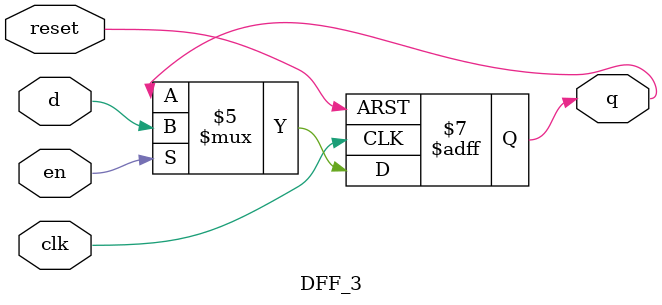
<source format=v>
`timescale 1ns / 1ps


module DFF_3(q,clk,d,reset,en);

input clk,d,reset,en;
output reg q;

always@(posedge clk, posedge reset )
begin

if (reset == 1)

q <= 1'b0;

else if (en == 0)
  q<=q;

else
 q <= d;
 
end
endmodule

</source>
